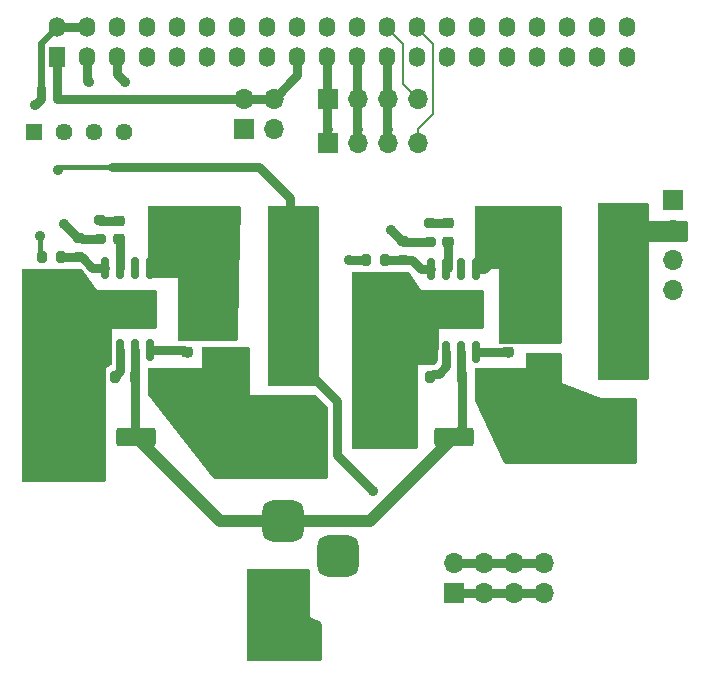
<source format=gtl>
G04 #@! TF.GenerationSoftware,KiCad,Pcbnew,9.0.0*
G04 #@! TF.CreationDate,2025-03-30T18:48:23-05:00*
G04 #@! TF.ProjectId,2019-Pi-Power,32303139-2d50-4692-9d50-6f7765722e6b,V2*
G04 #@! TF.SameCoordinates,Original*
G04 #@! TF.FileFunction,Copper,L1,Top*
G04 #@! TF.FilePolarity,Positive*
%FSLAX46Y46*%
G04 Gerber Fmt 4.6, Leading zero omitted, Abs format (unit mm)*
G04 Created by KiCad (PCBNEW 9.0.0) date 2025-03-30 18:48:23*
%MOMM*%
%LPD*%
G01*
G04 APERTURE LIST*
G04 Aperture macros list*
%AMRoundRect*
0 Rectangle with rounded corners*
0 $1 Rounding radius*
0 $2 $3 $4 $5 $6 $7 $8 $9 X,Y pos of 4 corners*
0 Add a 4 corners polygon primitive as box body*
4,1,4,$2,$3,$4,$5,$6,$7,$8,$9,$2,$3,0*
0 Add four circle primitives for the rounded corners*
1,1,$1+$1,$2,$3*
1,1,$1+$1,$4,$5*
1,1,$1+$1,$6,$7*
1,1,$1+$1,$8,$9*
0 Add four rect primitives between the rounded corners*
20,1,$1+$1,$2,$3,$4,$5,0*
20,1,$1+$1,$4,$5,$6,$7,0*
20,1,$1+$1,$6,$7,$8,$9,0*
20,1,$1+$1,$8,$9,$2,$3,0*%
G04 Aperture macros list end*
G04 #@! TA.AperFunction,ComponentPad*
%ADD10R,1.700000X1.700000*%
G04 #@! TD*
G04 #@! TA.AperFunction,ComponentPad*
%ADD11O,1.700000X1.700000*%
G04 #@! TD*
G04 #@! TA.AperFunction,SMDPad,CuDef*
%ADD12RoundRect,0.225000X0.250000X-0.225000X0.250000X0.225000X-0.250000X0.225000X-0.250000X-0.225000X0*%
G04 #@! TD*
G04 #@! TA.AperFunction,SMDPad,CuDef*
%ADD13RoundRect,0.225000X-0.225000X-0.250000X0.225000X-0.250000X0.225000X0.250000X-0.225000X0.250000X0*%
G04 #@! TD*
G04 #@! TA.AperFunction,SMDPad,CuDef*
%ADD14RoundRect,0.225000X-0.250000X0.225000X-0.250000X-0.225000X0.250000X-0.225000X0.250000X0.225000X0*%
G04 #@! TD*
G04 #@! TA.AperFunction,SMDPad,CuDef*
%ADD15RoundRect,0.200000X0.200000X0.275000X-0.200000X0.275000X-0.200000X-0.275000X0.200000X-0.275000X0*%
G04 #@! TD*
G04 #@! TA.AperFunction,SMDPad,CuDef*
%ADD16RoundRect,0.200000X0.275000X-0.200000X0.275000X0.200000X-0.275000X0.200000X-0.275000X-0.200000X0*%
G04 #@! TD*
G04 #@! TA.AperFunction,SMDPad,CuDef*
%ADD17RoundRect,0.200000X-0.275000X0.200000X-0.275000X-0.200000X0.275000X-0.200000X0.275000X0.200000X0*%
G04 #@! TD*
G04 #@! TA.AperFunction,SMDPad,CuDef*
%ADD18RoundRect,0.200000X-0.200000X-0.275000X0.200000X-0.275000X0.200000X0.275000X-0.200000X0.275000X0*%
G04 #@! TD*
G04 #@! TA.AperFunction,ComponentPad*
%ADD19RoundRect,0.875000X0.875000X-0.875000X0.875000X0.875000X-0.875000X0.875000X-0.875000X-0.875000X0*%
G04 #@! TD*
G04 #@! TA.AperFunction,SMDPad,CuDef*
%ADD20R,2.700000X3.600000*%
G04 #@! TD*
G04 #@! TA.AperFunction,SMDPad,CuDef*
%ADD21RoundRect,0.150000X-0.150000X0.800000X-0.150000X-0.800000X0.150000X-0.800000X0.150000X0.800000X0*%
G04 #@! TD*
G04 #@! TA.AperFunction,SMDPad,CuDef*
%ADD22R,1.700000X2.500000*%
G04 #@! TD*
G04 #@! TA.AperFunction,SMDPad,CuDef*
%ADD23RoundRect,0.250000X1.412500X0.550000X-1.412500X0.550000X-1.412500X-0.550000X1.412500X-0.550000X0*%
G04 #@! TD*
G04 #@! TA.AperFunction,SMDPad,CuDef*
%ADD24RoundRect,0.250000X-0.550000X1.412500X-0.550000X-1.412500X0.550000X-1.412500X0.550000X1.412500X0*%
G04 #@! TD*
G04 #@! TA.AperFunction,ComponentPad*
%ADD25R,1.440000X1.440000*%
G04 #@! TD*
G04 #@! TA.AperFunction,ComponentPad*
%ADD26C,1.440000*%
G04 #@! TD*
G04 #@! TA.AperFunction,ComponentPad*
%ADD27R,1.400000X1.700000*%
G04 #@! TD*
G04 #@! TA.AperFunction,ComponentPad*
%ADD28O,1.400000X1.700000*%
G04 #@! TD*
G04 #@! TA.AperFunction,ViaPad*
%ADD29C,0.900000*%
G04 #@! TD*
G04 #@! TA.AperFunction,ViaPad*
%ADD30C,0.500000*%
G04 #@! TD*
G04 #@! TA.AperFunction,Conductor*
%ADD31C,0.800000*%
G04 #@! TD*
G04 #@! TA.AperFunction,Conductor*
%ADD32C,0.400000*%
G04 #@! TD*
G04 #@! TA.AperFunction,Conductor*
%ADD33C,0.600000*%
G04 #@! TD*
G04 #@! TA.AperFunction,Conductor*
%ADD34C,0.200000*%
G04 #@! TD*
G04 #@! TA.AperFunction,Conductor*
%ADD35C,1.000000*%
G04 #@! TD*
G04 APERTURE END LIST*
D10*
X231242000Y-102375000D03*
D11*
X233782000Y-102375000D03*
X236322000Y-102375000D03*
X238862000Y-102375000D03*
D10*
X231242000Y-106058000D03*
D11*
X233782000Y-106058000D03*
X236322000Y-106058000D03*
X238862000Y-106058000D03*
D12*
X213589000Y-114211000D03*
X213589000Y-112661000D03*
D13*
X214973000Y-125870000D03*
X216523000Y-125870000D03*
D14*
X219304000Y-122275500D03*
X219304000Y-123825500D03*
D13*
X242659000Y-125870000D03*
X244209000Y-125870000D03*
D14*
X246482000Y-122275500D03*
X246482000Y-123825500D03*
D12*
X241402000Y-114453000D03*
X241402000Y-112903000D03*
D15*
X213245500Y-125870000D03*
X211595500Y-125870000D03*
D16*
X210160000Y-115773000D03*
X210160000Y-114123000D03*
D17*
X211938000Y-112599000D03*
X211938000Y-114249000D03*
D18*
X207049000Y-115710000D03*
X208699000Y-115710000D03*
D15*
X239941000Y-125870000D03*
X238291000Y-125870000D03*
D16*
X237592000Y-116027000D03*
X237592000Y-114377000D03*
D18*
X234481000Y-115964000D03*
X236131000Y-115964000D03*
D17*
X239878000Y-112853000D03*
X239878000Y-114503000D03*
D19*
X227432000Y-138062000D03*
X227432000Y-144062000D03*
X232132000Y-141062000D03*
D20*
X228026000Y-113678000D03*
X219726000Y-113678000D03*
D21*
X216192500Y-116655000D03*
X214922500Y-116655000D03*
X213652500Y-116655000D03*
X212382500Y-116655000D03*
X212382500Y-123655000D03*
X213652500Y-123655000D03*
X214922500Y-123655000D03*
X216192500Y-123655000D03*
D22*
X222606000Y-125330000D03*
X222606000Y-121330000D03*
D23*
X214983500Y-130950000D03*
X209908500Y-130950000D03*
D24*
X228448000Y-124856500D03*
X228448000Y-129931500D03*
D10*
X241910000Y-144158000D03*
D11*
X241910000Y-141618000D03*
X244450000Y-144158000D03*
X244450000Y-141618000D03*
X246990000Y-144158000D03*
X246990000Y-141618000D03*
X249530000Y-144158000D03*
X249530000Y-141618000D03*
D10*
X224130000Y-104915000D03*
D11*
X224130000Y-102375000D03*
X226670000Y-104915000D03*
X226670000Y-102375000D03*
D23*
X241907500Y-130950000D03*
X236832500Y-130950000D03*
D24*
X255880000Y-124348500D03*
X255880000Y-129423500D03*
D22*
X249530000Y-125330000D03*
X249530000Y-121330000D03*
D20*
X256134000Y-113424000D03*
X247834000Y-113424000D03*
D21*
X243815000Y-116782000D03*
X242545000Y-116782000D03*
X241275000Y-116782000D03*
X240005000Y-116782000D03*
X240005000Y-123782000D03*
X241275000Y-123782000D03*
X242545000Y-123782000D03*
X243815000Y-123782000D03*
D10*
X260452000Y-110884000D03*
D11*
X260452000Y-113424000D03*
X260452000Y-115964000D03*
X260452000Y-118504000D03*
D25*
X206414250Y-105145000D03*
D26*
X208954250Y-105145000D03*
X211494250Y-105145000D03*
X214034250Y-105145000D03*
D27*
X208370000Y-98770000D03*
D28*
X208370000Y-96230000D03*
X210910000Y-98770000D03*
X210910000Y-96230000D03*
X213450000Y-98770000D03*
X213450000Y-96230000D03*
X215990000Y-98770000D03*
X215990000Y-96230000D03*
X218530000Y-98770000D03*
X218530000Y-96230000D03*
X221070000Y-98770000D03*
X221070000Y-96230000D03*
X223610000Y-98770000D03*
X223610000Y-96230000D03*
X226150000Y-98770000D03*
X226150000Y-96230000D03*
X228690000Y-98770000D03*
X228690000Y-96230000D03*
X231230000Y-98770000D03*
X231230000Y-96230000D03*
X233770000Y-98770000D03*
X233770000Y-96230000D03*
X236310000Y-98770000D03*
X236310000Y-96230000D03*
X238850000Y-98770000D03*
X238850000Y-96230000D03*
X241390000Y-98770000D03*
X241390000Y-96230000D03*
X243930000Y-98770000D03*
X243930000Y-96230000D03*
X246470000Y-98770000D03*
X246470000Y-96230000D03*
X249010000Y-98770000D03*
X249010000Y-96230000D03*
X251550000Y-98770000D03*
X251550000Y-96230000D03*
X254090000Y-98770000D03*
X254090000Y-96230000D03*
X256630000Y-98770000D03*
X256630000Y-96230000D03*
D29*
X208400000Y-108400000D03*
X235052000Y-135522000D03*
X206858000Y-113932000D03*
X206500000Y-102900000D03*
D30*
X210414000Y-118250000D03*
X210414000Y-119774000D03*
X210414000Y-119012000D03*
X209652000Y-118250000D03*
X209652000Y-117488000D03*
X209652000Y-119012000D03*
X209652000Y-119774000D03*
X210414000Y-121298000D03*
X209652000Y-122060000D03*
X209652000Y-120536000D03*
X209652000Y-121298000D03*
X209652000Y-122822000D03*
X210414000Y-120536000D03*
X210414000Y-122060000D03*
X210414000Y-122822000D03*
X208890000Y-118250000D03*
X208128000Y-119012000D03*
X208128000Y-117488000D03*
X208128000Y-118250000D03*
X208128000Y-119774000D03*
X208890000Y-117488000D03*
X208890000Y-119012000D03*
X208890000Y-119774000D03*
X208128000Y-122822000D03*
X208890000Y-120536000D03*
X208890000Y-122822000D03*
X208890000Y-122060000D03*
X208128000Y-121298000D03*
X208890000Y-121298000D03*
X208128000Y-120536000D03*
X208128000Y-122060000D03*
X207366000Y-122822000D03*
X207366000Y-121298000D03*
X207366000Y-119012000D03*
X207366000Y-118250000D03*
X207366000Y-119774000D03*
X207366000Y-117488000D03*
X207366000Y-122060000D03*
X207366000Y-120536000D03*
X215748000Y-120282000D03*
X214224000Y-119520000D03*
X214224000Y-121044000D03*
X213462000Y-121044000D03*
X214224000Y-120282000D03*
X213462000Y-120282000D03*
X213462000Y-119520000D03*
X214986000Y-121044000D03*
X214986000Y-119520000D03*
X214986000Y-120282000D03*
X215748000Y-119520000D03*
X215748000Y-121044000D03*
X212700000Y-120282000D03*
X212700000Y-119520000D03*
X212700000Y-121044000D03*
X243434000Y-120282000D03*
X241910000Y-119520000D03*
X241910000Y-121044000D03*
X241148000Y-121044000D03*
X241910000Y-120282000D03*
X241148000Y-120282000D03*
X241148000Y-119520000D03*
X242672000Y-121044000D03*
X242672000Y-119520000D03*
X242672000Y-120282000D03*
X243434000Y-119520000D03*
X243434000Y-121044000D03*
X240386000Y-120282000D03*
X240386000Y-119520000D03*
X240386000Y-121044000D03*
X236322000Y-122822000D03*
X235560000Y-122822000D03*
X236322000Y-122060000D03*
X236322000Y-121298000D03*
X236322000Y-119774000D03*
X237846000Y-118250000D03*
X236322000Y-120536000D03*
X235560000Y-121298000D03*
X236322000Y-117488000D03*
X236322000Y-119012000D03*
X235560000Y-119012000D03*
X236322000Y-118250000D03*
X235560000Y-118250000D03*
X235560000Y-119774000D03*
X235560000Y-117488000D03*
X235560000Y-122060000D03*
X235560000Y-120536000D03*
X237084000Y-119012000D03*
X237084000Y-117488000D03*
X237084000Y-118250000D03*
X237084000Y-119774000D03*
X237846000Y-117488000D03*
X234798000Y-121298000D03*
X234798000Y-122060000D03*
X234798000Y-122822000D03*
X237846000Y-119012000D03*
X234798000Y-118250000D03*
X234798000Y-120536000D03*
X234798000Y-117488000D03*
X234798000Y-119774000D03*
X237846000Y-119774000D03*
X234798000Y-119012000D03*
X237084000Y-122822000D03*
X237846000Y-120536000D03*
X237846000Y-122822000D03*
X237846000Y-122060000D03*
X237084000Y-121298000D03*
X237846000Y-121298000D03*
X237084000Y-120536000D03*
X237084000Y-122060000D03*
D29*
X253848000Y-130950000D03*
X229972000Y-131458000D03*
X236576000Y-113424000D03*
X228194000Y-147206000D03*
X226670000Y-147206000D03*
X229718000Y-147206000D03*
X253848000Y-129680000D03*
X229972000Y-130188000D03*
X229972000Y-128918000D03*
X229972000Y-132728000D03*
X253848000Y-132220000D03*
D30*
X210414000Y-117488000D03*
D29*
X208890000Y-112916000D03*
X225146000Y-147206000D03*
X253848000Y-128410000D03*
X211000000Y-100900000D03*
X214100000Y-100900000D03*
X254610000Y-122568000D03*
X233020000Y-115964000D03*
D31*
X208375000Y-102375000D02*
X208370000Y-102370000D01*
X228690000Y-100355000D02*
X226670000Y-102375000D01*
X224130000Y-102375000D02*
X226670000Y-102375000D01*
X228690000Y-98770000D02*
X228690000Y-100355000D01*
X208370000Y-102370000D02*
X208370000Y-98770000D01*
X224130000Y-102375000D02*
X208375000Y-102375000D01*
D32*
X208370000Y-96230000D02*
X208304000Y-96230000D01*
X206858000Y-113932000D02*
X206858000Y-115481500D01*
D33*
X207000000Y-97600000D02*
X208370000Y-96230000D01*
D31*
X228448000Y-124856500D02*
X228958500Y-124856500D01*
X207000000Y-102400000D02*
X206500000Y-102900000D01*
X225400000Y-108090000D02*
X212954000Y-108090000D01*
X228026000Y-113678000D02*
X228026000Y-110716000D01*
X228026000Y-110716000D02*
X225400000Y-108090000D01*
D33*
X207000000Y-101400000D02*
X207000000Y-97600000D01*
D31*
X232004000Y-127902000D02*
X232004000Y-132474000D01*
X232004000Y-132474000D02*
X235052000Y-135522000D01*
X241910000Y-141618000D02*
X249530000Y-141618000D01*
D32*
X207086500Y-115710000D02*
X207086500Y-115735500D01*
D31*
X207000000Y-101400000D02*
X207000000Y-102400000D01*
D32*
X212954000Y-108090000D02*
X208710000Y-108090000D01*
X208710000Y-108090000D02*
X208400000Y-108400000D01*
D31*
X208370000Y-96230000D02*
X210910000Y-96230000D01*
D32*
X206858000Y-115481500D02*
X207086500Y-115710000D01*
D31*
X228958500Y-124856500D02*
X232004000Y-127902000D01*
X210465000Y-114211500D02*
X210414000Y-114160500D01*
X239878000Y-114465500D02*
X237643000Y-114465500D01*
X237566500Y-114414500D02*
X236576000Y-113424000D01*
X229972000Y-132728000D02*
X229972000Y-128918000D01*
X237592000Y-114414500D02*
X237566500Y-114414500D01*
X210160000Y-114160500D02*
X210134500Y-114160500D01*
X211938000Y-114211500D02*
X210465000Y-114211500D01*
X229972000Y-131455500D02*
X228448000Y-129931500D01*
X225146000Y-147206000D02*
X227178000Y-147206000D01*
X229972000Y-130188000D02*
X228704500Y-130188000D01*
X227432000Y-146952000D02*
X227178000Y-147206000D01*
X228704500Y-130188000D02*
X228448000Y-129931500D01*
X237643000Y-114465500D02*
X237592000Y-114414500D01*
X227178000Y-147206000D02*
X229718000Y-147206000D01*
X229972000Y-128918000D02*
X229461500Y-128918000D01*
X229972000Y-131458000D02*
X229972000Y-131455500D01*
X210134500Y-114160500D02*
X208890000Y-112916000D01*
X229461500Y-128918000D02*
X228448000Y-129931500D01*
X227432000Y-144062000D02*
X227432000Y-146952000D01*
X241910000Y-144158000D02*
X249530000Y-144158000D01*
X210910000Y-100810000D02*
X211000000Y-100900000D01*
X210910000Y-98770000D02*
X210910000Y-100810000D01*
X213450000Y-98770000D02*
X213450000Y-100250000D01*
X213450000Y-100250000D02*
X214100000Y-100900000D01*
X231230000Y-104903000D02*
X231242000Y-104915000D01*
X231230000Y-104903000D02*
X231230000Y-106046000D01*
X231230000Y-98770000D02*
X231230000Y-104903000D01*
X231230000Y-106046000D02*
X231242000Y-106058000D01*
X233770000Y-104903000D02*
X233770000Y-106046000D01*
X233770000Y-104903000D02*
X233782000Y-104915000D01*
X233770000Y-106046000D02*
X233782000Y-106058000D01*
X233770000Y-98770000D02*
X233770000Y-104903000D01*
X236310000Y-98770000D02*
X236310000Y-104903000D01*
X236310000Y-104903000D02*
X236322000Y-104915000D01*
X236310000Y-106046000D02*
X236322000Y-106058000D01*
X236310000Y-104903000D02*
X236310000Y-106046000D01*
D34*
X236310000Y-96230000D02*
X236310000Y-96394000D01*
X237592000Y-101105000D02*
X238862000Y-102375000D01*
X237592000Y-97676000D02*
X237592000Y-101105000D01*
X236310000Y-96394000D02*
X237592000Y-97676000D01*
X240132000Y-97676000D02*
X240132000Y-103645000D01*
X240132000Y-103645000D02*
X238862000Y-104915000D01*
X238850000Y-96230000D02*
X238850000Y-96394000D01*
X238862000Y-104915000D02*
X238862000Y-106058000D01*
X238850000Y-96394000D02*
X240132000Y-97676000D01*
D31*
X234518500Y-115964000D02*
X233020000Y-115964000D01*
X216192500Y-123655000D02*
X219121000Y-123655000D01*
X219121000Y-123655000D02*
X219304000Y-123838000D01*
X242646500Y-125870000D02*
X242646500Y-130211000D01*
X214960500Y-130927000D02*
X214983500Y-130950000D01*
X242545000Y-125768500D02*
X242646500Y-125870000D01*
X214922500Y-123655000D02*
X214922500Y-125832000D01*
X214960500Y-125870000D02*
X214960500Y-130927000D01*
D35*
X222095500Y-138062000D02*
X214983500Y-130950000D01*
D31*
X214922500Y-125832000D02*
X214960500Y-125870000D01*
X242646500Y-130211000D02*
X241907500Y-130950000D01*
D35*
X234795500Y-138062000D02*
X241907500Y-130950000D01*
X227432000Y-138062000D02*
X234795500Y-138062000D01*
D31*
X242545000Y-123782000D02*
X242545000Y-125768500D01*
D35*
X227432000Y-138062000D02*
X222095500Y-138062000D01*
D31*
X211987500Y-112686000D02*
X211938000Y-112636500D01*
X213589000Y-112686000D02*
X211987500Y-112686000D01*
X213652500Y-116655000D02*
X213652500Y-114249500D01*
X213652500Y-114249500D02*
X213589000Y-114186000D01*
X243815000Y-123782000D02*
X246426000Y-123782000D01*
X246426000Y-123782000D02*
X246482000Y-123838000D01*
X243815000Y-116782000D02*
X244476000Y-116782000D01*
X244476000Y-116782000D02*
X247834000Y-113424000D01*
X241402000Y-112890500D02*
X239878000Y-112890500D01*
X241402000Y-116655000D02*
X241275000Y-116782000D01*
X241402000Y-114465500D02*
X241402000Y-116655000D01*
X210414000Y-115735500D02*
X208941000Y-115735500D01*
X208941000Y-115735500D02*
X208915500Y-115710000D01*
X212382500Y-116655000D02*
X211333500Y-116655000D01*
X211333500Y-116655000D02*
X210414000Y-115735500D01*
X213652500Y-125425500D02*
X213208000Y-125870000D01*
X213652500Y-123655000D02*
X213652500Y-125425500D01*
X236881000Y-115989500D02*
X236855500Y-115964000D01*
X236119000Y-115989500D02*
X236093500Y-115964000D01*
X238354000Y-115989500D02*
X236881000Y-115989500D01*
X236881000Y-115989500D02*
X236119000Y-115989500D01*
X239146500Y-116782000D02*
X238354000Y-115989500D01*
X240005000Y-116782000D02*
X239146500Y-116782000D01*
X240640000Y-125616000D02*
X240157500Y-125616000D01*
X241275000Y-123782000D02*
X241275000Y-124981000D01*
X241275000Y-124981000D02*
X240640000Y-125616000D01*
X240157500Y-125616000D02*
X239903500Y-125870000D01*
G04 #@! TA.AperFunction,Conductor*
G36*
X229660121Y-142146002D02*
G01*
X229706614Y-142199658D01*
X229718000Y-142252000D01*
X229718000Y-146190000D01*
X230664350Y-146663175D01*
X230716333Y-146711529D01*
X230734000Y-146775872D01*
X230734000Y-149823500D01*
X230713998Y-149891621D01*
X230660342Y-149938114D01*
X230608000Y-149949500D01*
X224510000Y-149949500D01*
X224441879Y-149929498D01*
X224395386Y-149875842D01*
X224384000Y-149823500D01*
X224384000Y-142252000D01*
X224404002Y-142183879D01*
X224457658Y-142137386D01*
X224510000Y-142126000D01*
X229592000Y-142126000D01*
X229660121Y-142146002D01*
G37*
G04 #@! TD.AperFunction*
G04 #@! TA.AperFunction,Conductor*
G36*
X210417279Y-116746002D02*
G01*
X210451688Y-116778764D01*
X211683998Y-118503999D01*
X211683999Y-118503999D01*
X211684000Y-118504000D01*
X216638000Y-118504000D01*
X216706121Y-118524002D01*
X216752614Y-118577658D01*
X216764000Y-118630000D01*
X216764000Y-121680000D01*
X216743998Y-121748121D01*
X216690342Y-121794614D01*
X216638000Y-121806000D01*
X212954000Y-121806000D01*
X212954000Y-123563540D01*
X212952396Y-123579822D01*
X212952607Y-123579843D01*
X212952000Y-123586008D01*
X212952000Y-124777127D01*
X212931998Y-124845248D01*
X212882349Y-124889825D01*
X212446000Y-125108000D01*
X212446000Y-134634000D01*
X212425998Y-134702121D01*
X212372342Y-134748614D01*
X212320000Y-134760000D01*
X205460000Y-134760000D01*
X205391879Y-134739998D01*
X205345386Y-134686342D01*
X205334000Y-134634000D01*
X205334000Y-116852000D01*
X205354002Y-116783879D01*
X205407658Y-116737386D01*
X205460000Y-116726000D01*
X210349158Y-116726000D01*
X210417279Y-116746002D01*
G37*
G04 #@! TD.AperFunction*
G04 #@! TA.AperFunction,Conductor*
G36*
X238100688Y-117000002D02*
G01*
X238137405Y-117036108D01*
X239115998Y-118503999D01*
X239116000Y-118504000D01*
X244324000Y-118504000D01*
X244392121Y-118524002D01*
X244438614Y-118577658D01*
X244450000Y-118630000D01*
X244450000Y-121680000D01*
X244429998Y-121748121D01*
X244376342Y-121794614D01*
X244324000Y-121806000D01*
X240640000Y-121806000D01*
X240640000Y-123459467D01*
X240630409Y-123507685D01*
X240601422Y-123577665D01*
X240601420Y-123577671D01*
X240574500Y-123713004D01*
X240574500Y-124447255D01*
X240561198Y-124503604D01*
X240420826Y-124784349D01*
X240372471Y-124836333D01*
X240308128Y-124854000D01*
X238862000Y-124854000D01*
X238862000Y-131840000D01*
X238841998Y-131908121D01*
X238788342Y-131954614D01*
X238736000Y-131966000D01*
X233400000Y-131966000D01*
X233331879Y-131945998D01*
X233285386Y-131892342D01*
X233274000Y-131840000D01*
X233274000Y-117106000D01*
X233294002Y-117037879D01*
X233347658Y-116991386D01*
X233400000Y-116980000D01*
X238032567Y-116980000D01*
X238100688Y-117000002D01*
G37*
G04 #@! TD.AperFunction*
G04 #@! TA.AperFunction,Conductor*
G36*
X250996121Y-123858002D02*
G01*
X251042614Y-123911658D01*
X251054000Y-123964000D01*
X251054000Y-126378000D01*
X254356000Y-127648000D01*
X257278000Y-127648000D01*
X257346121Y-127668002D01*
X257392614Y-127721658D01*
X257404000Y-127774000D01*
X257404000Y-133110000D01*
X257383998Y-133178121D01*
X257330342Y-133224614D01*
X257278000Y-133236000D01*
X246307556Y-133236000D01*
X246239435Y-133215998D01*
X246193796Y-133164172D01*
X243700240Y-127927704D01*
X243688000Y-127873532D01*
X243688000Y-125234000D01*
X243708002Y-125165879D01*
X243761658Y-125119386D01*
X243814000Y-125108000D01*
X248006000Y-125108000D01*
X248006000Y-123964000D01*
X248026002Y-123895879D01*
X248079658Y-123849386D01*
X248132000Y-123838000D01*
X250928000Y-123838000D01*
X250996121Y-123858002D01*
G37*
G04 #@! TD.AperFunction*
G04 #@! TA.AperFunction,Conductor*
G36*
X224580121Y-123350002D02*
G01*
X224626614Y-123403658D01*
X224638000Y-123456000D01*
X224638000Y-127394000D01*
X230173810Y-127394000D01*
X230241931Y-127414002D01*
X230262905Y-127430905D01*
X231205095Y-128373095D01*
X231239121Y-128435407D01*
X231242000Y-128462190D01*
X231242000Y-134380000D01*
X231221998Y-134448121D01*
X231168342Y-134494614D01*
X231116000Y-134506000D01*
X221651241Y-134506000D01*
X221583120Y-134485998D01*
X221552165Y-134457846D01*
X216028924Y-127428266D01*
X216002565Y-127362343D01*
X216002000Y-127350420D01*
X216002000Y-125234000D01*
X216022002Y-125165879D01*
X216075658Y-125119386D01*
X216128000Y-125108000D01*
X220574000Y-125108000D01*
X220574000Y-123456000D01*
X220594002Y-123387879D01*
X220647658Y-123341386D01*
X220700000Y-123330000D01*
X224512000Y-123330000D01*
X224580121Y-123350002D01*
G37*
G04 #@! TD.AperFunction*
G04 #@! TA.AperFunction,Conductor*
G36*
X258362121Y-111158002D02*
G01*
X258408614Y-111211658D01*
X258420000Y-111264000D01*
X258420000Y-112662000D01*
X261596000Y-112662000D01*
X261664121Y-112682002D01*
X261710614Y-112735658D01*
X261722000Y-112788000D01*
X261722000Y-114314000D01*
X261701998Y-114382121D01*
X261648342Y-114428614D01*
X261596000Y-114440000D01*
X258420000Y-114440000D01*
X258420000Y-125998000D01*
X258399998Y-126066121D01*
X258346342Y-126112614D01*
X258294000Y-126124000D01*
X254228000Y-126124000D01*
X254159879Y-126103998D01*
X254113386Y-126050342D01*
X254102000Y-125998000D01*
X254102000Y-111264000D01*
X254122002Y-111195879D01*
X254175658Y-111149386D01*
X254228000Y-111138000D01*
X258294000Y-111138000D01*
X258362121Y-111158002D01*
G37*
G04 #@! TD.AperFunction*
G04 #@! TA.AperFunction,Conductor*
G36*
X230422121Y-111412002D02*
G01*
X230468614Y-111465658D01*
X230480000Y-111518000D01*
X230480000Y-126506000D01*
X230459998Y-126574121D01*
X230406342Y-126620614D01*
X230354000Y-126632000D01*
X226288000Y-126632000D01*
X226219879Y-126611998D01*
X226173386Y-126558342D01*
X226162000Y-126506000D01*
X226162000Y-111518000D01*
X226182002Y-111449879D01*
X226235658Y-111403386D01*
X226288000Y-111392000D01*
X230354000Y-111392000D01*
X230422121Y-111412002D01*
G37*
G04 #@! TD.AperFunction*
G04 #@! TA.AperFunction,Conductor*
G36*
X223815290Y-111412002D02*
G01*
X223861783Y-111465658D01*
X223873137Y-111520798D01*
X223740534Y-117488000D01*
X223624738Y-122698799D01*
X223603227Y-122766459D01*
X223548552Y-122811748D01*
X223498769Y-122822000D01*
X218668000Y-122822000D01*
X218599879Y-122801998D01*
X218553386Y-122748342D01*
X218542000Y-122696000D01*
X218542000Y-117488000D01*
X216128000Y-117488000D01*
X216059879Y-117467998D01*
X216013386Y-117414342D01*
X216002000Y-117362000D01*
X216002000Y-111518000D01*
X216022002Y-111449879D01*
X216075658Y-111403386D01*
X216128000Y-111392000D01*
X223747169Y-111392000D01*
X223815290Y-111412002D01*
G37*
G04 #@! TD.AperFunction*
G04 #@! TA.AperFunction,Conductor*
G36*
X250996121Y-111412002D02*
G01*
X251042614Y-111465658D01*
X251054000Y-111518000D01*
X251054000Y-122950000D01*
X251033998Y-123018121D01*
X250980342Y-123064614D01*
X250928000Y-123076000D01*
X246789008Y-123076000D01*
X246773985Y-123075101D01*
X246773146Y-123075000D01*
X246773144Y-123075000D01*
X246190856Y-123075000D01*
X246190853Y-123075000D01*
X246190015Y-123075101D01*
X246174992Y-123076000D01*
X245846000Y-123076000D01*
X245777879Y-123055998D01*
X245731386Y-123002342D01*
X245720000Y-122950000D01*
X245720000Y-116726000D01*
X243814000Y-116726000D01*
X243745879Y-116705998D01*
X243699386Y-116652342D01*
X243688000Y-116600000D01*
X243688000Y-111518000D01*
X243708002Y-111449879D01*
X243761658Y-111403386D01*
X243814000Y-111392000D01*
X250928000Y-111392000D01*
X250996121Y-111412002D01*
G37*
G04 #@! TD.AperFunction*
M02*

</source>
